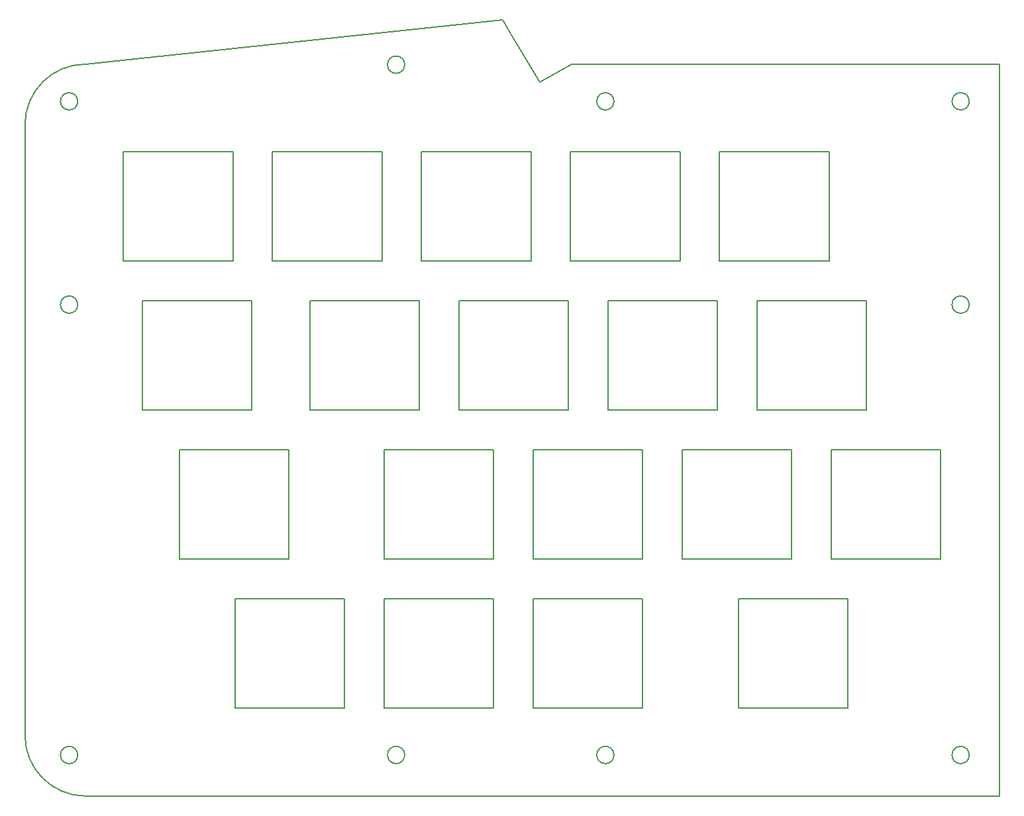
<source format=gbr>
G04 #@! TF.GenerationSoftware,KiCad,Pcbnew,(5.1.6-0-10_14)*
G04 #@! TF.CreationDate,2022-03-08T14:53:14+09:00*
G04 #@! TF.ProjectId,cool936,636f6f6c-3933-4362-9e6b-696361645f70,rev?*
G04 #@! TF.SameCoordinates,Original*
G04 #@! TF.FileFunction,Profile,NP*
%FSLAX46Y46*%
G04 Gerber Fmt 4.6, Leading zero omitted, Abs format (unit mm)*
G04 Created by KiCad (PCBNEW (5.1.6-0-10_14)) date 2022-03-08 14:53:14*
%MOMM*%
%LPD*%
G01*
G04 APERTURE LIST*
G04 #@! TA.AperFunction,Profile*
%ADD10C,0.150000*%
G04 #@! TD*
G04 APERTURE END LIST*
D10*
X84250000Y77620000D02*
X98240000Y77620000D01*
X79190000Y91620000D02*
X65200000Y91620000D01*
X65200000Y91620000D02*
X65200000Y77620000D01*
X130450000Y117120000D02*
G75*
G03*
X130450000Y117120000I-1100000J0D01*
G01*
X79190000Y77620000D02*
X79190000Y91620000D01*
X130450000Y91130000D02*
G75*
G03*
X130450000Y91130000I-1100000J0D01*
G01*
X79590000Y121880000D02*
X134280000Y121870000D01*
X84250000Y91620000D02*
X84250000Y77620000D01*
X88710000Y53520000D02*
X74720000Y53520000D01*
X70810000Y127510000D02*
X17490000Y121870000D01*
X98240000Y77620000D02*
X98240000Y91620000D01*
X55380000Y96670000D02*
X55380000Y110670000D01*
X41390000Y110670000D02*
X41390000Y96670000D01*
X41390000Y96670000D02*
X55380000Y96670000D01*
X9749897Y36060103D02*
X9749897Y114129897D01*
X134280000Y121870000D02*
X134290000Y111870000D01*
X58290000Y121800000D02*
G75*
G03*
X58290000Y121800000I-1100000J0D01*
G01*
X134290000Y28320000D02*
X17490000Y28320000D01*
X93770000Y72570000D02*
X93770000Y58570000D01*
X117290000Y77620000D02*
X117290000Y91620000D01*
X103300000Y77620000D02*
X117290000Y77620000D01*
X69660000Y72570000D02*
X55670000Y72570000D01*
X55670000Y72570000D02*
X55670000Y58570000D01*
X29480000Y72570000D02*
X29480000Y58570000D01*
X36620000Y53520000D02*
X36620000Y39520000D01*
X24720000Y77620000D02*
X38710000Y77620000D01*
X74420000Y96670000D02*
X74420000Y110670000D01*
X88710000Y72570000D02*
X74720000Y72570000D01*
X88710000Y58570000D02*
X88710000Y72570000D01*
X74720000Y58570000D02*
X88710000Y58570000D01*
X55670000Y39520000D02*
X69660000Y39520000D01*
X114910000Y39520000D02*
X114910000Y53520000D01*
X112820000Y58570000D02*
X126810000Y58570000D01*
X50610000Y53520000D02*
X36620000Y53520000D01*
X60140000Y91620000D02*
X46150000Y91620000D01*
X38710000Y91620000D02*
X24720000Y91620000D01*
X46150000Y91620000D02*
X46150000Y77620000D01*
X36320000Y96670000D02*
X36320000Y110670000D01*
X22330000Y110670000D02*
X22330000Y96670000D01*
X134290000Y53520000D02*
X134290654Y32039952D01*
X130450000Y33560000D02*
G75*
G03*
X130450000Y33560000I-1100000J0D01*
G01*
X85040000Y117120000D02*
G75*
G03*
X85040000Y117120000I-1100000J0D01*
G01*
X55670000Y53520000D02*
X55670000Y39520000D01*
X69660000Y39520000D02*
X69660000Y53520000D01*
X16490000Y91130000D02*
G75*
G03*
X16490000Y91130000I-1100000J0D01*
G01*
X100920000Y39520000D02*
X114910000Y39520000D01*
X55380000Y110670000D02*
X41390000Y110670000D01*
X93480000Y96670000D02*
X93480000Y110670000D01*
X112530000Y110670000D02*
X98540000Y110670000D01*
X79490000Y110670000D02*
X79490000Y96670000D01*
X98540000Y96670000D02*
X112530000Y96670000D01*
X98540000Y110670000D02*
X98540000Y96670000D01*
X46150000Y77620000D02*
X60140000Y77620000D01*
X16490000Y33560000D02*
G75*
G03*
X16490000Y33560000I-1100000J0D01*
G01*
X16490000Y117120000D02*
G75*
G03*
X16490000Y117120000I-1100000J0D01*
G01*
X100920000Y53520000D02*
X100920000Y39520000D01*
X43470000Y58570000D02*
X43470000Y72570000D01*
X29480000Y58570000D02*
X43470000Y58570000D01*
X43470000Y72570000D02*
X29480000Y72570000D01*
X17490000Y28320000D02*
G75*
G02*
X9749897Y36060103I0J7740103D01*
G01*
X60140000Y77620000D02*
X60140000Y91620000D01*
X36620000Y39520000D02*
X50610000Y39520000D01*
X74720000Y53520000D02*
X74720000Y39520000D01*
X88710000Y39520000D02*
X88710000Y53520000D01*
X71820000Y125770000D02*
X70810000Y127510000D01*
X74720000Y39520000D02*
X88710000Y39520000D01*
X85040000Y33560000D02*
G75*
G03*
X85040000Y33560000I-1100000J0D01*
G01*
X134290000Y28320000D02*
X134290654Y32039952D01*
X71820000Y125770000D02*
X75550000Y119570000D01*
X74720000Y72570000D02*
X74720000Y58570000D01*
X65200000Y77620000D02*
X79190000Y77620000D01*
X69660000Y53520000D02*
X55670000Y53520000D01*
X22330000Y96670000D02*
X36320000Y96670000D01*
X38710000Y77620000D02*
X38710000Y91620000D01*
X24720000Y91620000D02*
X24720000Y77620000D01*
X126810000Y72570000D02*
X112820000Y72570000D01*
X36320000Y110670000D02*
X22330000Y110670000D01*
X126810000Y58570000D02*
X126810000Y72570000D01*
X79490000Y96670000D02*
X93480000Y96670000D01*
X117290000Y91620000D02*
X103300000Y91620000D01*
X98240000Y91620000D02*
X84250000Y91620000D01*
X93480000Y110670000D02*
X79490000Y110670000D01*
X69660000Y58570000D02*
X69660000Y72570000D01*
X50610000Y39520000D02*
X50610000Y53520000D01*
X107760000Y72570000D02*
X93770000Y72570000D01*
X107760000Y58570000D02*
X107760000Y72570000D01*
X114910000Y53520000D02*
X100920000Y53520000D01*
X60430000Y110670000D02*
X60430000Y96670000D01*
X60430000Y96670000D02*
X74420000Y96670000D01*
X74420000Y110670000D02*
X60430000Y110670000D01*
X103300000Y91620000D02*
X103300000Y77620000D01*
X75550000Y119570000D02*
X79590000Y121880000D01*
X134290000Y111870000D02*
X134290000Y53520000D01*
X112820000Y72570000D02*
X112820000Y58570000D01*
X112530000Y96670000D02*
X112530000Y110670000D01*
X9749897Y114129897D02*
G75*
G02*
X17490000Y121870000I7740103J0D01*
G01*
X58290000Y33560000D02*
G75*
G03*
X58290000Y33560000I-1100000J0D01*
G01*
X55670000Y58570000D02*
X69660000Y58570000D01*
X93770000Y58570000D02*
X107760000Y58570000D01*
M02*

</source>
